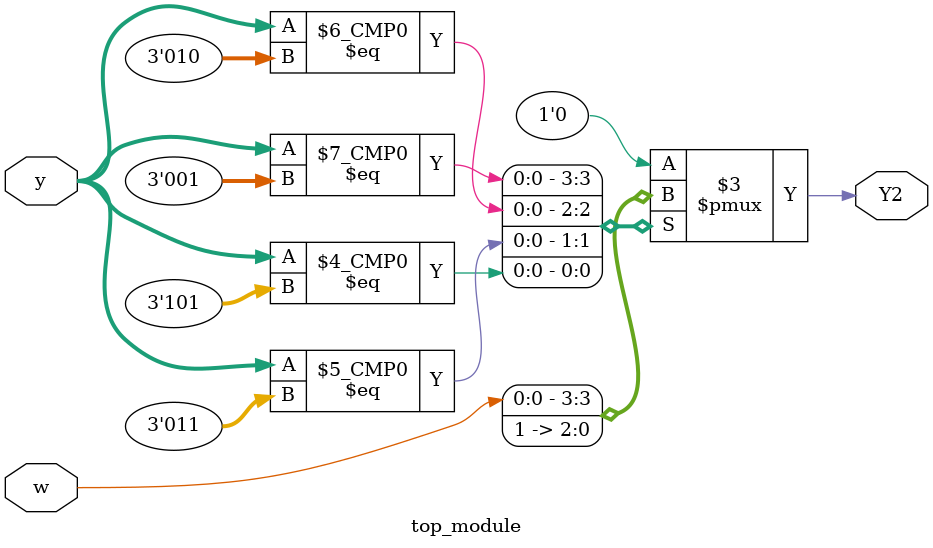
<source format=sv>
module top_module(
    input [3:1] y,
    input w,
    output reg Y2);

    always @(*) begin
        case (y)
            3'b000: Y2 = 1'b0; // A
            3'b001: Y2 = w;    // B
            3'b010: Y2 = 1'b1; // C
            3'b011: Y2 = 1'b1; // D
            3'b100: Y2 = 1'b0; // E
            3'b101: Y2 = 1'b1; // F
            default: Y2 = 1'b0;
        endcase
    end
endmodule

</source>
